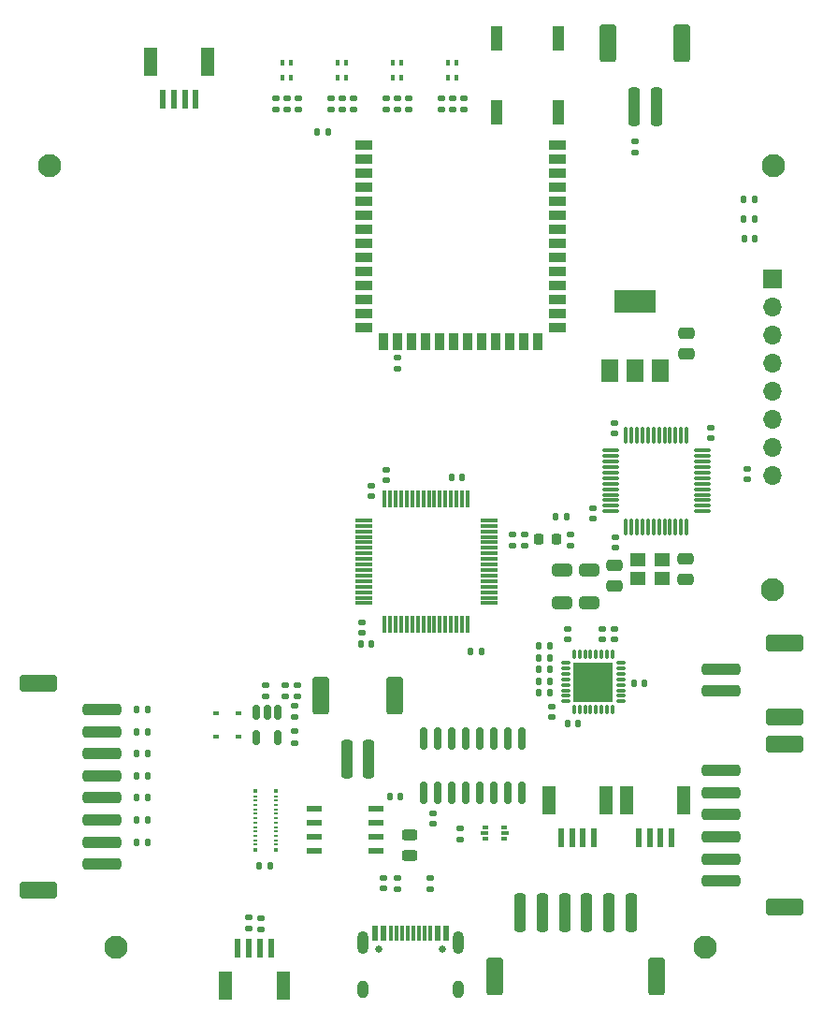
<source format=gbr>
%TF.GenerationSoftware,KiCad,Pcbnew,7.0.5*%
%TF.CreationDate,2023-10-05T13:47:36-07:00*%
%TF.ProjectId,EV9.5 Board Design,4556392e-3520-4426-9f61-726420446573,EV9*%
%TF.SameCoordinates,Original*%
%TF.FileFunction,Soldermask,Top*%
%TF.FilePolarity,Negative*%
%FSLAX46Y46*%
G04 Gerber Fmt 4.6, Leading zero omitted, Abs format (unit mm)*
G04 Created by KiCad (PCBNEW 7.0.5) date 2023-10-05 13:47:36*
%MOMM*%
%LPD*%
G01*
G04 APERTURE LIST*
G04 Aperture macros list*
%AMRoundRect*
0 Rectangle with rounded corners*
0 $1 Rounding radius*
0 $2 $3 $4 $5 $6 $7 $8 $9 X,Y pos of 4 corners*
0 Add a 4 corners polygon primitive as box body*
4,1,4,$2,$3,$4,$5,$6,$7,$8,$9,$2,$3,0*
0 Add four circle primitives for the rounded corners*
1,1,$1+$1,$2,$3*
1,1,$1+$1,$4,$5*
1,1,$1+$1,$6,$7*
1,1,$1+$1,$8,$9*
0 Add four rect primitives between the rounded corners*
20,1,$1+$1,$2,$3,$4,$5,0*
20,1,$1+$1,$4,$5,$6,$7,0*
20,1,$1+$1,$6,$7,$8,$9,0*
20,1,$1+$1,$8,$9,$2,$3,0*%
G04 Aperture macros list end*
%ADD10RoundRect,0.135000X-0.135000X-0.185000X0.135000X-0.185000X0.135000X0.185000X-0.135000X0.185000X0*%
%ADD11RoundRect,0.140000X-0.170000X0.140000X-0.170000X-0.140000X0.170000X-0.140000X0.170000X0.140000X0*%
%ADD12R,1.422400X0.533400*%
%ADD13RoundRect,0.135000X0.135000X0.185000X-0.135000X0.185000X-0.135000X-0.185000X0.135000X-0.185000X0*%
%ADD14RoundRect,0.140000X-0.140000X-0.170000X0.140000X-0.170000X0.140000X0.170000X-0.140000X0.170000X0*%
%ADD15R,0.600000X0.450000*%
%ADD16RoundRect,0.075000X0.075000X-0.662500X0.075000X0.662500X-0.075000X0.662500X-0.075000X-0.662500X0*%
%ADD17RoundRect,0.075000X0.662500X-0.075000X0.662500X0.075000X-0.662500X0.075000X-0.662500X-0.075000X0*%
%ADD18RoundRect,0.140000X0.140000X0.170000X-0.140000X0.170000X-0.140000X-0.170000X0.140000X-0.170000X0*%
%ADD19RoundRect,0.140000X0.170000X-0.140000X0.170000X0.140000X-0.170000X0.140000X-0.170000X-0.140000X0*%
%ADD20RoundRect,0.250000X-0.475000X0.250000X-0.475000X-0.250000X0.475000X-0.250000X0.475000X0.250000X0*%
%ADD21RoundRect,0.135000X-0.185000X0.135000X-0.185000X-0.135000X0.185000X-0.135000X0.185000X0.135000X0*%
%ADD22RoundRect,0.250000X1.500000X-0.250000X1.500000X0.250000X-1.500000X0.250000X-1.500000X-0.250000X0*%
%ADD23RoundRect,0.250001X1.449999X-0.499999X1.449999X0.499999X-1.449999X0.499999X-1.449999X-0.499999X0*%
%ADD24R,0.400000X0.410000*%
%ADD25R,0.400000X0.200000*%
%ADD26RoundRect,0.075000X0.075000X0.700000X-0.075000X0.700000X-0.075000X-0.700000X0.075000X-0.700000X0*%
%ADD27RoundRect,0.075000X0.700000X0.075000X-0.700000X0.075000X-0.700000X-0.075000X0.700000X-0.075000X0*%
%ADD28R,0.500000X1.700000*%
%ADD29R,1.200000X2.500000*%
%ADD30RoundRect,0.218750X-0.218750X-0.256250X0.218750X-0.256250X0.218750X0.256250X-0.218750X0.256250X0*%
%ADD31RoundRect,0.135000X0.185000X-0.135000X0.185000X0.135000X-0.185000X0.135000X-0.185000X-0.135000X0*%
%ADD32C,2.100000*%
%ADD33R,1.700000X1.700000*%
%ADD34O,1.700000X1.700000*%
%ADD35R,1.120000X2.160000*%
%ADD36RoundRect,0.250000X0.650000X-0.325000X0.650000X0.325000X-0.650000X0.325000X-0.650000X-0.325000X0*%
%ADD37RoundRect,0.243750X0.456250X-0.243750X0.456250X0.243750X-0.456250X0.243750X-0.456250X-0.243750X0*%
%ADD38RoundRect,0.250000X0.250000X1.500000X-0.250000X1.500000X-0.250000X-1.500000X0.250000X-1.500000X0*%
%ADD39RoundRect,0.250001X0.499999X1.449999X-0.499999X1.449999X-0.499999X-1.449999X0.499999X-1.449999X0*%
%ADD40RoundRect,0.007500X-0.372500X-0.117500X0.372500X-0.117500X0.372500X0.117500X-0.372500X0.117500X0*%
%ADD41RoundRect,0.007500X0.117500X-0.372500X0.117500X0.372500X-0.117500X0.372500X-0.117500X-0.372500X0*%
%ADD42R,3.650000X3.650000*%
%ADD43RoundRect,0.250000X0.475000X-0.250000X0.475000X0.250000X-0.475000X0.250000X-0.475000X-0.250000X0*%
%ADD44R,0.400000X0.600000*%
%ADD45RoundRect,0.150000X0.150000X-0.825000X0.150000X0.825000X-0.150000X0.825000X-0.150000X-0.825000X0*%
%ADD46R,1.500000X2.000000*%
%ADD47R,3.800000X2.000000*%
%ADD48R,1.500000X0.900000*%
%ADD49R,0.900000X1.500000*%
%ADD50RoundRect,0.250000X-0.250000X-1.500000X0.250000X-1.500000X0.250000X1.500000X-0.250000X1.500000X0*%
%ADD51RoundRect,0.250001X-0.499999X-1.449999X0.499999X-1.449999X0.499999X1.449999X-0.499999X1.449999X0*%
%ADD52RoundRect,0.250000X-1.500000X0.250000X-1.500000X-0.250000X1.500000X-0.250000X1.500000X0.250000X0*%
%ADD53RoundRect,0.250001X-1.449999X0.499999X-1.449999X-0.499999X1.449999X-0.499999X1.449999X0.499999X0*%
%ADD54C,0.650000*%
%ADD55R,0.600000X1.450000*%
%ADD56R,0.300000X1.450000*%
%ADD57O,1.000000X2.100000*%
%ADD58O,1.000000X1.600000*%
%ADD59R,0.500000X0.375000*%
%ADD60R,0.650000X0.300000*%
%ADD61RoundRect,0.150000X-0.150000X0.512500X-0.150000X-0.512500X0.150000X-0.512500X0.150000X0.512500X0*%
%ADD62R,1.400000X1.200000*%
G04 APERTURE END LIST*
D10*
%TO.C,R28*%
X125490000Y-124800000D03*
X126510000Y-124800000D03*
%TD*%
D11*
%TO.C,C13*%
X145910000Y-111900000D03*
X145910000Y-110940000D03*
%TD*%
D12*
%TO.C,CR1*%
X141606000Y-127795000D03*
X141606000Y-129065000D03*
X141606000Y-130335000D03*
X141606000Y-131605000D03*
X147194000Y-131605000D03*
X147194000Y-130335000D03*
X147194000Y-129065000D03*
X147194000Y-127795000D03*
%TD*%
D13*
%TO.C,R20*%
X181482000Y-74414000D03*
X180462000Y-74414000D03*
%TD*%
D14*
%TO.C,C22*%
X145800000Y-112870000D03*
X146760000Y-112870000D03*
%TD*%
D15*
%TO.C,D2*%
X132650000Y-119100000D03*
X134750000Y-119100000D03*
%TD*%
D16*
%TO.C,U5*%
X169787500Y-102287500D03*
X170287500Y-102287500D03*
X170787500Y-102287500D03*
X171287500Y-102287500D03*
X171787500Y-102287500D03*
X172287500Y-102287500D03*
X172787500Y-102287500D03*
X173287500Y-102287500D03*
X173787500Y-102287500D03*
X174287500Y-102287500D03*
X174787500Y-102287500D03*
X175287500Y-102287500D03*
D17*
X176700000Y-100875000D03*
X176700000Y-100375000D03*
X176700000Y-99875000D03*
X176700000Y-99375000D03*
X176700000Y-98875000D03*
X176700000Y-98375000D03*
X176700000Y-97875000D03*
X176700000Y-97375000D03*
X176700000Y-96875000D03*
X176700000Y-96375000D03*
X176700000Y-95875000D03*
X176700000Y-95375000D03*
D16*
X175287500Y-93962500D03*
X174787500Y-93962500D03*
X174287500Y-93962500D03*
X173787500Y-93962500D03*
X173287500Y-93962500D03*
X172787500Y-93962500D03*
X172287500Y-93962500D03*
X171787500Y-93962500D03*
X171287500Y-93962500D03*
X170787500Y-93962500D03*
X170287500Y-93962500D03*
X169787500Y-93962500D03*
D17*
X168375000Y-95375000D03*
X168375000Y-95875000D03*
X168375000Y-96375000D03*
X168375000Y-96875000D03*
X168375000Y-97375000D03*
X168375000Y-97875000D03*
X168375000Y-98375000D03*
X168375000Y-98875000D03*
X168375000Y-99375000D03*
X168375000Y-99875000D03*
X168375000Y-100375000D03*
X168375000Y-100875000D03*
%TD*%
D18*
%TO.C,C33*%
X149380000Y-126700000D03*
X148420000Y-126700000D03*
%TD*%
D19*
%TO.C,C14*%
X146770000Y-99530000D03*
X146770000Y-98570000D03*
%TD*%
D20*
%TO.C,C4*%
X168737500Y-105725000D03*
X168737500Y-107625000D03*
%TD*%
D19*
%TO.C,C3*%
X168737500Y-112455000D03*
X168737500Y-111495000D03*
%TD*%
D21*
%TO.C,R3*%
X149137500Y-134010000D03*
X149137500Y-135030000D03*
%TD*%
D10*
%TO.C,R5*%
X163380000Y-101360000D03*
X164400000Y-101360000D03*
%TD*%
D13*
%TO.C,R10*%
X181482000Y-72636000D03*
X180462000Y-72636000D03*
%TD*%
D19*
%TO.C,C19*%
X137200000Y-117580000D03*
X137200000Y-116620000D03*
%TD*%
D21*
%TO.C,R38*%
X138980000Y-116590000D03*
X138980000Y-117610000D03*
%TD*%
D22*
%TO.C,J8*%
X178437500Y-134325000D03*
X178437500Y-132325000D03*
X178437500Y-130325000D03*
X178437500Y-128325000D03*
X178437500Y-126325000D03*
X178437500Y-124325000D03*
D23*
X184187500Y-136675000D03*
X184187500Y-121975000D03*
%TD*%
D24*
%TO.C,U13*%
X136227500Y-131540000D03*
D25*
X136227500Y-131035000D03*
X136227500Y-130635000D03*
X136227500Y-130232924D03*
X136227500Y-129835000D03*
X136227500Y-129435000D03*
X136227500Y-129035000D03*
X136227500Y-128635000D03*
X136227500Y-128235000D03*
X136227500Y-127835000D03*
X136227500Y-127435000D03*
X136227500Y-127035000D03*
X136227500Y-126635000D03*
D24*
X136227500Y-126130000D03*
X138107500Y-126130000D03*
D25*
X138107500Y-126635000D03*
X138107500Y-127035000D03*
X138107500Y-127435000D03*
X138107500Y-127835000D03*
X138107500Y-128235000D03*
X138107500Y-128635000D03*
X138107500Y-129035000D03*
X138107500Y-129435000D03*
X138107500Y-129835000D03*
X138107500Y-130232924D03*
X138107500Y-130635000D03*
X138107500Y-131035000D03*
D24*
X138107500Y-131540000D03*
%TD*%
D26*
%TO.C,U1*%
X155445000Y-111115000D03*
X154945000Y-111115000D03*
X154445000Y-111115000D03*
X153945000Y-111115000D03*
X153445000Y-111115000D03*
X152945000Y-111115000D03*
X152445000Y-111115000D03*
X151945000Y-111115000D03*
X151445000Y-111115000D03*
X150945000Y-111115000D03*
X150445000Y-111115000D03*
X149945000Y-111115000D03*
X149445000Y-111115000D03*
X148945000Y-111115000D03*
X148445000Y-111115000D03*
X147945000Y-111115000D03*
D27*
X146020000Y-109190000D03*
X146020000Y-108690000D03*
X146020000Y-108190000D03*
X146020000Y-107690000D03*
X146020000Y-107190000D03*
X146020000Y-106690000D03*
X146020000Y-106190000D03*
X146020000Y-105690000D03*
X146020000Y-105190000D03*
X146020000Y-104690000D03*
X146020000Y-104190000D03*
X146020000Y-103690000D03*
X146020000Y-103190000D03*
X146020000Y-102690000D03*
X146020000Y-102190000D03*
X146020000Y-101690000D03*
D26*
X147945000Y-99765000D03*
X148445000Y-99765000D03*
X148945000Y-99765000D03*
X149445000Y-99765000D03*
X149945000Y-99765000D03*
X150445000Y-99765000D03*
X150945000Y-99765000D03*
X151445000Y-99765000D03*
X151945000Y-99765000D03*
X152445000Y-99765000D03*
X152945000Y-99765000D03*
X153445000Y-99765000D03*
X153945000Y-99765000D03*
X154445000Y-99765000D03*
X154945000Y-99765000D03*
X155445000Y-99765000D03*
D27*
X157370000Y-101690000D03*
X157370000Y-102190000D03*
X157370000Y-102690000D03*
X157370000Y-103190000D03*
X157370000Y-103690000D03*
X157370000Y-104190000D03*
X157370000Y-104690000D03*
X157370000Y-105190000D03*
X157370000Y-105690000D03*
X157370000Y-106190000D03*
X157370000Y-106690000D03*
X157370000Y-107190000D03*
X157370000Y-107690000D03*
X157370000Y-108190000D03*
X157370000Y-108690000D03*
X157370000Y-109190000D03*
%TD*%
D19*
%TO.C,C16*%
X163037500Y-119505000D03*
X163037500Y-118545000D03*
%TD*%
D28*
%TO.C,J13*%
X130850000Y-63590000D03*
X129850000Y-63590000D03*
X128850000Y-63590000D03*
X127850000Y-63590000D03*
D29*
X131950000Y-60190000D03*
X126750000Y-60190000D03*
%TD*%
D30*
%TO.C,120R1*%
X161912500Y-103425000D03*
X163487500Y-103425000D03*
%TD*%
D31*
%TO.C,R17*%
X154100000Y-64510000D03*
X154100000Y-63490000D03*
%TD*%
D21*
%TO.C,R13*%
X140100000Y-63490000D03*
X140100000Y-64510000D03*
%TD*%
D19*
%TO.C,C20*%
X180750000Y-98010000D03*
X180750000Y-97050000D03*
%TD*%
D10*
%TO.C,R30*%
X125490000Y-126800000D03*
X126510000Y-126800000D03*
%TD*%
D13*
%TO.C,R4*%
X142810000Y-66600000D03*
X141790000Y-66600000D03*
%TD*%
D32*
%TO.C,REF\u002A\u002A*%
X176937500Y-140345000D03*
%TD*%
D21*
%TO.C,R39*%
X140060000Y-116560000D03*
X140060000Y-117580000D03*
%TD*%
D19*
%TO.C,C5*%
X154787500Y-130555000D03*
X154787500Y-129595000D03*
%TD*%
D33*
%TO.C,J4*%
X183087500Y-79885000D03*
D34*
X183087500Y-82425000D03*
X183087500Y-84965000D03*
X183087500Y-87505000D03*
X183087500Y-90045000D03*
X183087500Y-92585000D03*
X183087500Y-95125000D03*
X183087500Y-97665000D03*
%TD*%
D11*
%TO.C,C8*%
X159500000Y-102995000D03*
X159500000Y-103955000D03*
%TD*%
D21*
%TO.C,R12*%
X148100000Y-63490000D03*
X148100000Y-64510000D03*
%TD*%
%TO.C,R11*%
X149100000Y-63490000D03*
X149100000Y-64510000D03*
%TD*%
D11*
%TO.C,C21*%
X148080000Y-97140000D03*
X148080000Y-98100000D03*
%TD*%
D35*
%TO.C,SW5*%
X158112000Y-58095000D03*
X158112000Y-64825000D03*
%TD*%
D21*
%TO.C,R6*%
X150100000Y-63490000D03*
X150100000Y-64510000D03*
%TD*%
D31*
%TO.C,R16*%
X155100000Y-64510000D03*
X155100000Y-63490000D03*
%TD*%
D22*
%TO.C,J2*%
X178437500Y-117125000D03*
X178437500Y-115125000D03*
D23*
X184187500Y-119475000D03*
X184187500Y-112775000D03*
%TD*%
D32*
%TO.C,REF\u002A\u002A*%
X183087500Y-107925000D03*
%TD*%
D20*
%TO.C,C2*%
X175300000Y-84750000D03*
X175300000Y-86650000D03*
%TD*%
D36*
%TO.C,C29*%
X166437500Y-109180000D03*
X166437500Y-106230000D03*
%TD*%
D14*
%TO.C,C27*%
X161907500Y-117275000D03*
X162867500Y-117275000D03*
%TD*%
D11*
%TO.C,C10*%
X164800000Y-102995000D03*
X164800000Y-103955000D03*
%TD*%
D31*
%TO.C,R24*%
X144100000Y-64510000D03*
X144100000Y-63490000D03*
%TD*%
D18*
%TO.C,C35*%
X181452000Y-76192000D03*
X180492000Y-76192000D03*
%TD*%
%TO.C,C12*%
X155730000Y-113530000D03*
X156690000Y-113530000D03*
%TD*%
D28*
%TO.C,J12*%
X173940000Y-130430000D03*
X172940000Y-130430000D03*
X171940000Y-130430000D03*
X170940000Y-130430000D03*
D29*
X175040000Y-127030000D03*
X169840000Y-127030000D03*
%TD*%
D21*
%TO.C,R37*%
X139800000Y-120790000D03*
X139800000Y-121810000D03*
%TD*%
D31*
%TO.C,R18*%
X153099500Y-64510000D03*
X153099500Y-63490000D03*
%TD*%
D21*
%TO.C,R2*%
X152087500Y-134015000D03*
X152087500Y-135035000D03*
%TD*%
D19*
%TO.C,C25*%
X177437500Y-94255000D03*
X177437500Y-93295000D03*
%TD*%
%TO.C,C1*%
X147870000Y-134970000D03*
X147870000Y-134010000D03*
%TD*%
D31*
%TO.C,R32*%
X149100000Y-88010000D03*
X149100000Y-86990000D03*
%TD*%
D15*
%TO.C,D10*%
X132650000Y-121300000D03*
X134750000Y-121300000D03*
%TD*%
D21*
%TO.C,R8*%
X135627500Y-137625000D03*
X135627500Y-138645000D03*
%TD*%
D37*
%TO.C,D11*%
X150238000Y-131993500D03*
X150238000Y-130118500D03*
%TD*%
D38*
%TO.C,J15*%
X172537500Y-64275000D03*
X170537500Y-64275000D03*
D39*
X174887500Y-58525000D03*
X168187500Y-58525000D03*
%TD*%
D14*
%TO.C,C15*%
X164507500Y-120075000D03*
X165467500Y-120075000D03*
%TD*%
D21*
%TO.C,R15*%
X138100000Y-63490000D03*
X138100000Y-64510000D03*
%TD*%
D40*
%TO.C,U6*%
X164365000Y-114575000D03*
X164365000Y-115075000D03*
X164365000Y-115575000D03*
X164365000Y-116075000D03*
X164365000Y-116575000D03*
X164365000Y-117075000D03*
X164365000Y-117575000D03*
X164365000Y-118075000D03*
D41*
X165090000Y-118800000D03*
X165590000Y-118800000D03*
X166090000Y-118800000D03*
X166590000Y-118800000D03*
X167090000Y-118800000D03*
X167590000Y-118800000D03*
X168090000Y-118800000D03*
X168590000Y-118800000D03*
D40*
X169315000Y-118075000D03*
X169315000Y-117575000D03*
X169315000Y-117075000D03*
X169315000Y-116575000D03*
X169315000Y-116075000D03*
X169315000Y-115575000D03*
X169315000Y-115075000D03*
X169315000Y-114575000D03*
D41*
X168590000Y-113850000D03*
X168090000Y-113850000D03*
X167590000Y-113850000D03*
X167090000Y-113850000D03*
X166590000Y-113850000D03*
X166090000Y-113850000D03*
X165590000Y-113850000D03*
X165090000Y-113850000D03*
D42*
X166840000Y-116325000D03*
%TD*%
D43*
%TO.C,C23*%
X175187500Y-107075000D03*
X175187500Y-105175000D03*
%TD*%
D13*
%TO.C,R9*%
X162897500Y-113075000D03*
X161877500Y-113075000D03*
%TD*%
D21*
%TO.C,R14*%
X139100000Y-63490000D03*
X139100000Y-64510000D03*
%TD*%
D36*
%TO.C,C30*%
X164007500Y-109180000D03*
X164007500Y-106230000D03*
%TD*%
D10*
%TO.C,R22*%
X125490000Y-118800000D03*
X126510000Y-118800000D03*
%TD*%
D35*
%TO.C,SW4*%
X163700000Y-58095000D03*
X163700000Y-64825000D03*
%TD*%
D44*
%TO.C,D4*%
X153662500Y-61695000D03*
X153662500Y-60295000D03*
X154462500Y-60295000D03*
X154462500Y-61695000D03*
%TD*%
D32*
%TO.C,REF\u002A\u002A*%
X117587500Y-69625000D03*
%TD*%
D21*
%TO.C,R36*%
X139800000Y-118490000D03*
X139800000Y-119510000D03*
%TD*%
D45*
%TO.C,U3*%
X151492500Y-126370000D03*
X152762500Y-126370000D03*
X154032500Y-126370000D03*
X155302500Y-126370000D03*
X156572500Y-126370000D03*
X157842500Y-126370000D03*
X159112500Y-126370000D03*
X160382500Y-126370000D03*
X160382500Y-121420000D03*
X159112500Y-121420000D03*
X157842500Y-121420000D03*
X156572500Y-121420000D03*
X155302500Y-121420000D03*
X154032500Y-121420000D03*
X152762500Y-121420000D03*
X151492500Y-121420000D03*
%TD*%
D31*
%TO.C,R23*%
X145100000Y-64510000D03*
X145100000Y-63490000D03*
%TD*%
D11*
%TO.C,C34*%
X168730000Y-92880000D03*
X168730000Y-93840000D03*
%TD*%
D28*
%TO.C,J7*%
X134637500Y-140395000D03*
X135637500Y-140395000D03*
X136637500Y-140395000D03*
X137637500Y-140395000D03*
D29*
X133537500Y-143795000D03*
X138737500Y-143795000D03*
%TD*%
D13*
%TO.C,R41*%
X137627500Y-132905000D03*
X136607500Y-132905000D03*
%TD*%
D10*
%TO.C,R27*%
X125490000Y-122800000D03*
X126510000Y-122800000D03*
%TD*%
D14*
%TO.C,C18*%
X161907500Y-116225000D03*
X162867500Y-116225000D03*
%TD*%
%TO.C,C6*%
X170497500Y-116405000D03*
X171457500Y-116405000D03*
%TD*%
D46*
%TO.C,U2*%
X168300000Y-88185000D03*
X170600000Y-88185000D03*
D47*
X170600000Y-81885000D03*
D46*
X172900000Y-88185000D03*
%TD*%
D44*
%TO.C,D3*%
X138662500Y-61695000D03*
X138662500Y-60295000D03*
X139462500Y-60295000D03*
X139462500Y-61695000D03*
%TD*%
D48*
%TO.C,U11*%
X146075000Y-67740000D03*
X146075000Y-69010000D03*
X146075000Y-70280000D03*
X146075000Y-71550000D03*
X146075000Y-72820000D03*
X146075000Y-74090000D03*
X146075000Y-75360000D03*
X146075000Y-76630000D03*
X146075000Y-77900000D03*
X146075000Y-79170000D03*
X146075000Y-80440000D03*
X146075000Y-81710000D03*
X146075000Y-82980000D03*
X146075000Y-84250000D03*
D49*
X147840000Y-85500000D03*
X149110000Y-85500000D03*
X150380000Y-85500000D03*
X151650000Y-85500000D03*
X152920000Y-85500000D03*
X154190000Y-85500000D03*
X155460000Y-85500000D03*
X156730000Y-85500000D03*
X158000000Y-85500000D03*
X159270000Y-85500000D03*
X160540000Y-85500000D03*
X161810000Y-85500000D03*
D48*
X163575000Y-84250000D03*
X163575000Y-82980000D03*
X163575000Y-81710000D03*
X163575000Y-80440000D03*
X163575000Y-79170000D03*
X163575000Y-77900000D03*
X163575000Y-76630000D03*
X163575000Y-75360000D03*
X163575000Y-74090000D03*
X163575000Y-72820000D03*
X163575000Y-71550000D03*
X163575000Y-70280000D03*
X163575000Y-69010000D03*
X163575000Y-67740000D03*
%TD*%
D14*
%TO.C,C17*%
X161907500Y-115175000D03*
X162867500Y-115175000D03*
%TD*%
D11*
%TO.C,C7*%
X164537500Y-111495000D03*
X164537500Y-112455000D03*
%TD*%
D50*
%TO.C,J11*%
X160237500Y-137175000D03*
X162237500Y-137175000D03*
X164237500Y-137175000D03*
X166237500Y-137175000D03*
X168237500Y-137175000D03*
X170237500Y-137175000D03*
D51*
X157887500Y-142925000D03*
X172587500Y-142925000D03*
%TD*%
D19*
%TO.C,C32*%
X152297500Y-129135000D03*
X152297500Y-128175000D03*
%TD*%
D52*
%TO.C,J10*%
X122350000Y-118800000D03*
X122350000Y-120800000D03*
X122350000Y-122800000D03*
X122350000Y-124800000D03*
X122350000Y-126800000D03*
X122350000Y-128800000D03*
X122350000Y-130800000D03*
X122350000Y-132800000D03*
D53*
X116600000Y-116450000D03*
X116600000Y-135150000D03*
%TD*%
D11*
%TO.C,C31*%
X167687500Y-111495000D03*
X167687500Y-112455000D03*
%TD*%
D28*
%TO.C,J6*%
X166900000Y-130440000D03*
X165900000Y-130440000D03*
X164900000Y-130440000D03*
X163900000Y-130440000D03*
D29*
X168000000Y-127040000D03*
X162800000Y-127040000D03*
%TD*%
D32*
%TO.C,REF\u002A\u002A*%
X183120000Y-69625000D03*
%TD*%
D11*
%TO.C,C9*%
X160600000Y-102995000D03*
X160600000Y-103955000D03*
%TD*%
%TO.C,C24*%
X168847500Y-103185000D03*
X168847500Y-104145000D03*
%TD*%
D39*
%TO.C,J1*%
X142150000Y-117550000D03*
X148850000Y-117550000D03*
D38*
X144500000Y-123300000D03*
X146500000Y-123300000D03*
%TD*%
D32*
%TO.C,REF\u002A\u002A*%
X123637500Y-140345000D03*
%TD*%
D54*
%TO.C,J9*%
X147397500Y-140446000D03*
X153177500Y-140446000D03*
D55*
X147037500Y-139001000D03*
X147837500Y-139001000D03*
D56*
X149037500Y-139001000D03*
X150037500Y-139001000D03*
X150537500Y-139001000D03*
X151537500Y-139001000D03*
D55*
X152737500Y-139001000D03*
X153537500Y-139001000D03*
X153537500Y-139001000D03*
X152737500Y-139001000D03*
D56*
X152037500Y-139001000D03*
X151037500Y-139001000D03*
X149537500Y-139001000D03*
X148537500Y-139001000D03*
D55*
X147837500Y-139001000D03*
X147037500Y-139001000D03*
D57*
X145967500Y-139916000D03*
D58*
X145967500Y-144096000D03*
D57*
X154607500Y-139916000D03*
D58*
X154607500Y-144096000D03*
%TD*%
D44*
%TO.C,D5*%
X143662500Y-61695000D03*
X143662500Y-60295000D03*
X144462500Y-60295000D03*
X144462500Y-61695000D03*
%TD*%
D10*
%TO.C,R29*%
X125477500Y-130800000D03*
X126497500Y-130800000D03*
%TD*%
%TO.C,R26*%
X125490000Y-120800000D03*
X126510000Y-120800000D03*
%TD*%
D14*
%TO.C,C11*%
X154020000Y-97775000D03*
X154980000Y-97775000D03*
%TD*%
D44*
%TO.C,D18*%
X148662500Y-61695000D03*
X148662500Y-60295000D03*
X149462500Y-60295000D03*
X149462500Y-61695000D03*
%TD*%
D59*
%TO.C,U4*%
X157087500Y-129437500D03*
D60*
X157012500Y-129975000D03*
D59*
X157087500Y-130512500D03*
X158787500Y-130512500D03*
D60*
X158862500Y-129975000D03*
D59*
X158787500Y-129437500D03*
%TD*%
D21*
%TO.C,R40*%
X170597500Y-67385000D03*
X170597500Y-68405000D03*
%TD*%
D10*
%TO.C,R31*%
X125490000Y-128800000D03*
X126510000Y-128800000D03*
%TD*%
D61*
%TO.C,U12*%
X138250000Y-119062500D03*
X137300000Y-119062500D03*
X136350000Y-119062500D03*
X136350000Y-121337500D03*
X138250000Y-121337500D03*
%TD*%
D18*
%TO.C,C28*%
X162867500Y-114125000D03*
X161907500Y-114125000D03*
%TD*%
D21*
%TO.C,R7*%
X136737500Y-137665000D03*
X136737500Y-138685000D03*
%TD*%
D19*
%TO.C,C26*%
X166840000Y-101550000D03*
X166840000Y-100590000D03*
%TD*%
D31*
%TO.C,R25*%
X143084000Y-64510000D03*
X143084000Y-63490000D03*
%TD*%
D62*
%TO.C,Y1*%
X170887500Y-106975000D03*
X173087500Y-106975000D03*
X173087500Y-105275000D03*
X170887500Y-105275000D03*
%TD*%
M02*

</source>
